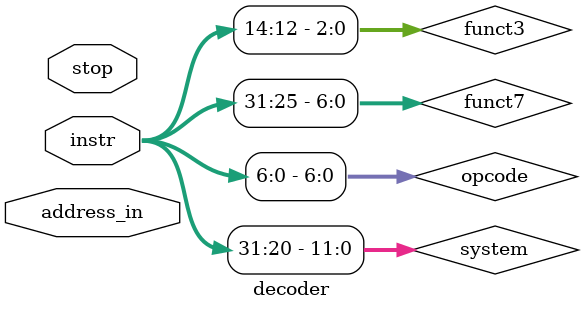
<source format=sv>

module decoder #(
    parameter int XLEN = 32
) (
    global_signals_if gsi,
    instr_info_if instr_info,
    input logic [XLEN-1:0] address_in,
    input logic [31:0] instr,
    input logic stop
);
  logic [11:0] system;
  logic [6:0] opcode, funct7;
  logic [2:0] funct3;

  assign system = instr[31:20];
  assign opcode = instr[6:0];
  assign funct7 = instr[31:25];
  assign funct3 = instr[14:12];

  always @(instr) begin
    case (instr[4:2])
      3'b000: begin : LSB  // LOAD, STORE, BRANCH
        case (instr[6:5])
          2'b00: begin  // LOAD
            instr_info.immediate = {{20{instr[31]}}, instr[31:20]};
            instr_info.regs.rd   = instr[11:7];
            instr_info.regs.rs_1 = instr[19:15];
            instr_info.regs.rs_2 = 5'h00;
          end

          2'b01: begin  // STORE
            instr_info.immediate = {{20{instr[31]}}, instr[31:25], instr[11:7]};
            instr_info.regs.rd   = 5'h00;
            instr_info.regs.rs_1 = instr[19:15];
            instr_info.regs.rs_2 = instr[24:20];
          end

          2'b11: begin  // BRANCH
            instr_info.immediate = {{21{instr[31]}}, instr[7], instr[30:25], instr[11:8], 1'b0};
            instr_info.regs.rd   = 5'h00;
            instr_info.regs.rs_1 = instr[19:15];
            instr_info.regs.rs_2 = instr[24:20];
          end

          default: begin
            instr_info.immediate = 32'h00000000;
            instr_info.regs.rd   = 5'h00;
            instr_info.regs.rs_1 = 5'h00;
            instr_info.regs.rs_2 = 5'h00;
          end
        endcase
      end

      3'b001: begin  // JALR
        case (instr[6:5])
          2'b11: begin  // JALR
            instr_info.immediate = {{20{instr[31]}}, instr[31:20]};
            instr_info.regs.rd   = instr[11:7];
            instr_info.regs.rs_1 = instr[19:15];
            instr_info.regs.rs_2 = 5'h00;
          end

          default: begin
            instr_info.immediate = 32'h00000000;
            instr_info.regs.rd   = 5'h00;
            instr_info.regs.rs_1 = 5'h00;
            instr_info.regs.rs_2 = 5'h00;
          end
        endcase
      end

      3'b011: begin  // MISC-MEM, JAL
        case (instr[6:5])
          2'b00: begin  // MISC-MEM
            instr_info.immediate = 32'h00000000;
            instr_info.regs.rd   = 5'h00;
            instr_info.regs.rs_1 = 5'h00;
            instr_info.regs.rs_2 = 5'h00;
          end

          2'b11: begin  // JAL
            instr_info.immediate = {{13{instr[31]}}, instr[19:12], instr[20], instr[30:21], 1'b0};
            instr_info.regs.rd   = instr[11:7];
            instr_info.regs.rs_1 = 5'h00;
            instr_info.regs.rs_2 = 5'h00;
          end

          default: begin
            instr_info.immediate = 32'h00000000;
            instr_info.regs.rd   = 5'h00;
            instr_info.regs.rs_1 = 5'h00;
            instr_info.regs.rs_2 = 5'h00;
          end
        endcase
      end

      3'b100: begin : OPS  // OP, OP-IMM, SYSTEM
        case (instr[6:5])
          2'b00: begin  // OP-IMM
            if ((instr[14:12] == 3'b001) || (instr[14:12] == 3'b101)) begin
              instr_info.immediate = {{27{1'b0}}, instr[24:20]};
            end else instr_info.immediate = {{20{instr[31]}}, instr[31:20]};
            instr_info.regs.rd   = instr[11:7];
            instr_info.regs.rs_1 = instr[19:15];
            instr_info.regs.rs_2 = 5'h00;
          end

          2'b01: begin  // OP
            instr_info.immediate = 32'h00000000;
            instr_info.regs.rd   = instr[11:7];
            instr_info.regs.rs_1 = instr[19:15];
            instr_info.regs.rs_2 = instr[24:20];
          end

          2'b11: begin  // ECALL, EBREAK
            instr_info.immediate = 32'h00000000;
            instr_info.regs.rd   = 5'h00;
            instr_info.regs.rs_1 = 5'h00;
            instr_info.regs.rs_2 = 5'h00;
          end

          default: begin
            instr_info.immediate = 32'h00000000;
            instr_info.regs.rd   = 5'h00;
            instr_info.regs.rs_1 = 5'h00;
            instr_info.regs.rs_2 = 5'h00;
          end
        endcase
      end

      3'b101: begin  // AUIPC, LUI
        casez (instr[6:5])
          2'b0?: begin  // AUIPC, LUI
            instr_info.immediate = {instr[31:12], {12{1'b0}}};
            instr_info.regs.rd   = instr[11:7];
            instr_info.regs.rs_1 = 5'h00;
            instr_info.regs.rs_2 = 5'h00;
          end

          default: begin
            instr_info.immediate = 32'h00000000;
            instr_info.regs.rd   = 5'h00;
            instr_info.regs.rs_1 = 5'h00;
            instr_info.regs.rs_2 = 5'h00;
          end
        endcase
      end

      default: begin
        instr_info.immediate = 32'h00000000;
        instr_info.regs.rd   = 5'h00;
        instr_info.regs.rs_1 = 5'h00;
        instr_info.regs.rs_2 = 5'h00;
      end
    endcase
  end

  always @(instr) begin
    if (instr == 32'h00000000) instr_info.instr_name = UNKNOWN;
    else
      case (opcode[4:2])
        3'b000: begin : LSB  // LOAD, STORE, BRANCH
          case (opcode[6:5])
            2'b00: begin : LD  // LOAD
              instr_info.flags.writes = 1'b1;
              instr_info.st_type = LS;
              case (funct3)
                3'b000:  instr_info.instr_name = LB;  // LB
                3'b001:  instr_info.instr_name = LH;  // LH
                3'b010:  instr_info.instr_name = LW;  // LW
                3'b100:  instr_info.instr_name = LBU;  // LBU
                3'b101:  instr_info.instr_name = LHU;  // LHU
                default: instr_info.instr_name = UNKNOWN;
              endcase
            end

            2'b01: begin : ST  // STORE
              instr_info.st_type = LS;
              case (funct3)
                3'b000:  instr_info.instr_name = SB;  // SB
                3'b001:  instr_info.instr_name = SH;  // SH
                3'b010:  instr_info.instr_name = SW;  // SW
                default: instr_info.instr_name = UNKNOWN;
              endcase
            end

            2'b11: begin : BR  // BRANCH
              instr_info.flags.jumps = 1'b1;
              instr_info.st_type = BRANCH;
              case (funct3)
                3'b000:  instr_info.instr_name = BEQ;  // BEQ
                3'b001:  instr_info.instr_name = BNE;  // BNE
                3'b100:  instr_info.instr_name = BLT;  // BLT
                3'b101:  instr_info.instr_name = BGE;  // BGE
                3'b110:  instr_info.instr_name = BLTU;  // BLTU
                3'b111:  instr_info.instr_name = BGEU;  // BGEU
                default: instr_info.instr_name = UNKNOWN;
              endcase
            end

            default: instr_info.instr_name = UNKNOWN;
          endcase
        end

        3'b001: begin  // JALR
          instr_info.flags.writes = 1'b1;
          instr_info.flags.jumps = 1'b1;
          instr_info.st_type = BRANCH;
          instr_info.instr_name = JALR;
        end

        3'b011: begin  // MISC-MEM, JAL
          case (opcode[6:5])
            2'b00: begin
              instr_info.st_type = ALU;
              instr_info.instr_name = ADDI;  // FENCE
            end

            2'b11: begin
              instr_info.st_type = BRANCH;
              instr_info.flags.writes = 1'b1;
              instr_info.flags.jumps = 1'b1;
              instr_info.instr_name = JAL;
            end

            default: instr_info.instr_name = UNKNOWN;
          endcase
        end

        3'b100: begin  // OP, OP-IMM, SYSTEM
          instr_info.st_type = ALU;
          case (opcode[6:5])
            2'b00: begin
              instr_info.flags.writes   = 1'b1;
              instr_info.flags.uses_imm = 1'b1;
              case (funct3)
                3'b000:  instr_info.instr_name = ADDI;
                3'b010:  instr_info.instr_name = SLTI;
                3'b011:  instr_info.instr_name = SLTIU;
                3'b100:  instr_info.instr_name = XORI;
                3'b110:  instr_info.instr_name = ORI;
                3'b111:  instr_info.instr_name = ANDI;
                3'b001:  instr_info.instr_name = SLLI;
                3'b101:  instr_info.instr_name = funct7[5] == 0 ? SRLI : SRAI;
                default: instr_info.instr_name = UNKNOWN;
              endcase
            end

            2'b01: begin  // OP
              instr_info.flags.writes = 1'b1;
              case (funct3)
                3'b000:  instr_info.instr_name = funct7[5] == 0 ? ADD : SUB;
                3'b001:  instr_info.instr_name = SLL;
                3'b010:  instr_info.instr_name = SLT;
                3'b011:  instr_info.instr_name = SLTU;
                3'b100:  instr_info.instr_name = XOR;
                3'b101:  instr_info.instr_name = funct7[5] == 1'b0 ? SRL : SRA;
                3'b110:  instr_info.instr_name = OR;
                3'b111:  instr_info.instr_name = AND;
                default: instr_info.instr_name = UNKNOWN;
              endcase
            end

            2'b11: begin  // SYSTEM
              instr_info.instr_name = system[1] == 1'b0 ? ECALL : EBREAK;
            end

            default: instr_info.instr_name = UNKNOWN;
          endcase
        end

        3'b101: begin  // LUI, AUIPC
          instr_info.flags.writes = 1'b1;
          instr_info.st_type = ALU;
          instr_info.instr_name = opcode[5] == 1'b0 ? AUIPC : LUI;
        end

        default: instr_info.instr_name = UNKNOWN;
      endcase
  end
endmodule

</source>
